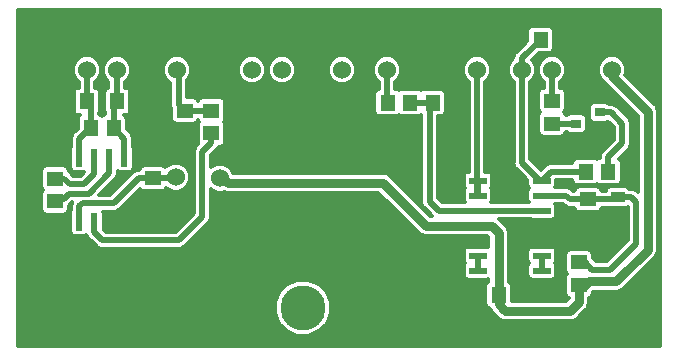
<source format=gbr>
G04 #@! TF.GenerationSoftware,KiCad,Pcbnew,(5.0.0-rc2-dev-586-g888c43477)*
G04 #@! TF.CreationDate,2018-06-03T15:17:15-03:00*
G04 #@! TF.ProjectId,Signal,5369676E616C2E6B696361645F706362,rev?*
G04 #@! TF.SameCoordinates,Original*
G04 #@! TF.FileFunction,Copper,L2,Bot,Signal*
G04 #@! TF.FilePolarity,Positive*
%FSLAX46Y46*%
G04 Gerber Fmt 4.6, Leading zero omitted, Abs format (unit mm)*
G04 Created by KiCad (PCBNEW (5.0.0-rc2-dev-586-g888c43477)) date 06/03/18 15:17:15*
%MOMM*%
%LPD*%
G01*
G04 APERTURE LIST*
%ADD10C,3.800000*%
%ADD11R,1.295000X1.400000*%
%ADD12R,1.400000X1.295000*%
%ADD13R,0.600000X1.550000*%
%ADD14R,0.900000X0.800000*%
%ADD15C,1.524000*%
%ADD16R,1.200000X0.900000*%
%ADD17R,1.500000X0.600000*%
%ADD18C,0.508000*%
%ADD19C,0.800000*%
%ADD20C,0.304800*%
G04 APERTURE END LIST*
D10*
X48006000Y-40482000D03*
D11*
X31967500Y-25250000D03*
X30032500Y-25250000D03*
X29717500Y-23000000D03*
X27782500Y-23000000D03*
X32282500Y-23000000D03*
X34217500Y-23000000D03*
D12*
X35306000Y-31447500D03*
X35306000Y-29512500D03*
X38000000Y-23782500D03*
X38000000Y-25717500D03*
D13*
X29083000Y-27780000D03*
X30353000Y-27780000D03*
X31623000Y-27780000D03*
X32893000Y-27780000D03*
X32893000Y-33180000D03*
X31623000Y-33180000D03*
X30353000Y-33180000D03*
X29083000Y-33180000D03*
D12*
X40250000Y-25717500D03*
X40250000Y-23782500D03*
X27000000Y-31467500D03*
X27000000Y-29532500D03*
D14*
X73136000Y-23942000D03*
X73136000Y-25842000D03*
X71136000Y-24892000D03*
D15*
X71628000Y-20320000D03*
X69088000Y-20320000D03*
X66548000Y-20320000D03*
X62738000Y-20320000D03*
X60198000Y-20320000D03*
X57658000Y-20320000D03*
X55118000Y-20320000D03*
X51308000Y-20320000D03*
X48768000Y-20320000D03*
X46228000Y-20320000D03*
X43688000Y-20320000D03*
X41148000Y-20320000D03*
X37338000Y-20320000D03*
X34798000Y-20320000D03*
X32258000Y-20320000D03*
X29718000Y-20320000D03*
X74168000Y-20320000D03*
D12*
X72136000Y-33225500D03*
X72136000Y-31290500D03*
D11*
X64564500Y-39370000D03*
X66499500Y-39370000D03*
D16*
X74676000Y-31116000D03*
X74676000Y-34416000D03*
D12*
X71374000Y-36624500D03*
X71374000Y-38559500D03*
D11*
X68120500Y-17780000D03*
X70055500Y-17780000D03*
X71930500Y-28956000D03*
X73865500Y-28956000D03*
D12*
X69088000Y-24892000D03*
X69088000Y-22957000D03*
D11*
X58976500Y-23114000D03*
X60911500Y-23114000D03*
X57101500Y-23114000D03*
X55166500Y-23114000D03*
D17*
X62832000Y-37338000D03*
X62832000Y-36068000D03*
X62832000Y-34798000D03*
X62832000Y-33528000D03*
X62832000Y-32258000D03*
X62832000Y-30988000D03*
X62832000Y-29718000D03*
X68232000Y-29718000D03*
X68232000Y-30988000D03*
X68232000Y-32258000D03*
X68232000Y-33528000D03*
X68232000Y-34798000D03*
X68232000Y-36068000D03*
X68232000Y-37338000D03*
D15*
X69088026Y-42672000D03*
X69088000Y-39116000D03*
X60070810Y-30750000D03*
X37250000Y-31500002D03*
X41000000Y-31500000D03*
X60000000Y-35250000D03*
X37250000Y-29421187D03*
X41000000Y-29500000D03*
D18*
X71136000Y-24892000D02*
X69088000Y-24892000D01*
X48465500Y-20622500D02*
X48768000Y-20320000D01*
X67782000Y-33528000D02*
X68232000Y-33528000D01*
X66974000Y-33528000D02*
X68232000Y-33528000D01*
X66499500Y-34002500D02*
X66974000Y-33528000D01*
X66499500Y-39370000D02*
X66499500Y-34002500D01*
X73580500Y-34416000D02*
X72390000Y-33225500D01*
X74676000Y-34416000D02*
X73580500Y-34416000D01*
X70309500Y-33528000D02*
X68232000Y-33528000D01*
X72390000Y-33225500D02*
X72087500Y-33528000D01*
X70928000Y-33225500D02*
X72136000Y-33225500D01*
X70309500Y-33528000D02*
X70612000Y-33225500D01*
X70612000Y-33225500D02*
X70928000Y-33225500D01*
X71628000Y-19558000D02*
X71628000Y-20320000D01*
X70055500Y-17780000D02*
X70055500Y-17985500D01*
X70055500Y-17985500D02*
X71628000Y-19558000D01*
X68232000Y-34798000D02*
X68232000Y-33528000D01*
X48514000Y-20574000D02*
X48768000Y-20320000D01*
X48514000Y-20707486D02*
X48514000Y-20574000D01*
X60911500Y-21033500D02*
X60198000Y-20320000D01*
X60911500Y-23114000D02*
X60911500Y-21033500D01*
X60198000Y-20320000D02*
X57658000Y-20320000D01*
X60198000Y-20320000D02*
X64389000Y-16129000D01*
X70055500Y-16572000D02*
X70055500Y-17780000D01*
X64389000Y-16129000D02*
X69612500Y-16129000D01*
X69612500Y-16129000D02*
X70055500Y-16572000D01*
X34798000Y-20320000D02*
X36576000Y-18542000D01*
X39370000Y-18542000D02*
X41148000Y-20320000D01*
X36576000Y-18542000D02*
X39370000Y-18542000D01*
X46990000Y-18542000D02*
X48768000Y-20320000D01*
X39370000Y-18542000D02*
X46990000Y-18542000D01*
X58420000Y-18542000D02*
X60198000Y-20320000D01*
X46990000Y-18542000D02*
X58420000Y-18542000D01*
X68834000Y-39370000D02*
X69088000Y-39116000D01*
X66499500Y-39370000D02*
X68834000Y-39370000D01*
X34798000Y-20320000D02*
X36576000Y-22098000D01*
X60960000Y-29860810D02*
X60832809Y-29988001D01*
X60960000Y-22462500D02*
X60960000Y-29860810D01*
X60832809Y-29988001D02*
X60070810Y-30750000D01*
X35674000Y-23000000D02*
X36576000Y-22098000D01*
X33935000Y-23000000D02*
X35674000Y-23000000D01*
X27782500Y-19717500D02*
X27782500Y-23000000D01*
X28704000Y-18796000D02*
X27782500Y-19717500D01*
X34798000Y-20320000D02*
X33274000Y-18796000D01*
X33274000Y-18796000D02*
X28704000Y-18796000D01*
X33573500Y-33180000D02*
X35306000Y-31447500D01*
X32893000Y-33180000D02*
X33573500Y-33180000D01*
X37197498Y-31447500D02*
X37250000Y-31500002D01*
X35306000Y-31447500D02*
X37197498Y-31447500D01*
X38000000Y-26500000D02*
X38000000Y-25717500D01*
X38687189Y-27187189D02*
X38000000Y-26500000D01*
X38687189Y-32432811D02*
X38687189Y-27187189D01*
X37370000Y-33750000D02*
X38687189Y-32432811D01*
X31623000Y-33180000D02*
X32193000Y-33750000D01*
X32193000Y-33750000D02*
X37370000Y-33750000D01*
X36576000Y-24826000D02*
X36576000Y-22098000D01*
X38000000Y-25717500D02*
X37467500Y-25717500D01*
X37467500Y-25717500D02*
X36576000Y-24826000D01*
X61523199Y-34821199D02*
X61500000Y-34798000D01*
X61523199Y-38724829D02*
X61523199Y-34821199D01*
X65470370Y-42672000D02*
X61523199Y-38724829D01*
X69088026Y-42672000D02*
X65470370Y-42672000D01*
X61500000Y-34798000D02*
X62832000Y-34798000D01*
D19*
X58922370Y-35250000D02*
X60000000Y-35250000D01*
X58556393Y-35250000D02*
X58922370Y-35250000D01*
X54806393Y-31500000D02*
X58556393Y-35250000D01*
X41000000Y-31500000D02*
X54806393Y-31500000D01*
D18*
X61077630Y-35250000D02*
X60000000Y-35250000D01*
X61500000Y-34798000D02*
X61500000Y-34827630D01*
X61500000Y-34827630D02*
X61077630Y-35250000D01*
X74094000Y-23942000D02*
X73136000Y-23942000D01*
X73865500Y-27748000D02*
X75057000Y-26556500D01*
X73865500Y-28956000D02*
X73865500Y-27748000D01*
X75057000Y-24905000D02*
X74094000Y-23942000D01*
X75057000Y-26556500D02*
X75057000Y-24905000D01*
X74501500Y-31290500D02*
X74676000Y-31116000D01*
X72390000Y-31290500D02*
X74501500Y-31290500D01*
X70309500Y-30988000D02*
X68232000Y-30988000D01*
X72390000Y-31290500D02*
X72087500Y-30988000D01*
X70612000Y-31290500D02*
X72136000Y-31290500D01*
X70309500Y-30988000D02*
X70612000Y-31290500D01*
X71874500Y-36624500D02*
X71374000Y-36624500D01*
X75784000Y-31116000D02*
X76200000Y-31532000D01*
X76200000Y-31532000D02*
X76200000Y-35052000D01*
X76200000Y-35052000D02*
X74002000Y-37250000D01*
X74676000Y-31116000D02*
X75784000Y-31116000D01*
X74002000Y-37250000D02*
X72500000Y-37250000D01*
X72500000Y-37250000D02*
X71874500Y-36624500D01*
X64564500Y-40180500D02*
X64564500Y-39370000D01*
X65024000Y-40640000D02*
X64564500Y-40180500D01*
X65035199Y-40628801D02*
X65024000Y-40640000D01*
D19*
X64564500Y-40158102D02*
X65035199Y-40628801D01*
X64564500Y-39370000D02*
X64564500Y-40158102D01*
X65035199Y-40628801D02*
X65181199Y-40774801D01*
X71374000Y-40007000D02*
X71374000Y-38559500D01*
X70606199Y-40774801D02*
X71374000Y-40007000D01*
X65181199Y-40774801D02*
X70606199Y-40774801D01*
D18*
X29083000Y-32417000D02*
X29083000Y-33180000D01*
X29083000Y-33180000D02*
X29083000Y-31897000D01*
X31984880Y-31625620D02*
X34098000Y-29512500D01*
X29083000Y-31897000D02*
X29354380Y-31625620D01*
X34098000Y-29512500D02*
X35306000Y-29512500D01*
X29354380Y-31625620D02*
X31984880Y-31625620D01*
X35306000Y-29512500D02*
X37158687Y-29512500D01*
X37328813Y-29500000D02*
X37250000Y-29421187D01*
X37158687Y-29512500D02*
X37250000Y-29421187D01*
D19*
X74168000Y-20828000D02*
X74168000Y-20320000D01*
X77216000Y-23876000D02*
X74168000Y-20828000D01*
X71559500Y-38559500D02*
X71750000Y-38750000D01*
X71374000Y-38559500D02*
X71559500Y-38559500D01*
X71750000Y-38750000D02*
X72250000Y-38250000D01*
X72250000Y-38250000D02*
X74526000Y-38250000D01*
X74526000Y-38250000D02*
X77216000Y-35560000D01*
X77216000Y-35560000D02*
X77216000Y-23876000D01*
X64564500Y-37870000D02*
X64564500Y-39370000D01*
X41250000Y-29500000D02*
X41633185Y-29883185D01*
X40820800Y-29500000D02*
X41250000Y-29500000D01*
X41633185Y-29883185D02*
X54752014Y-29883185D01*
X54752014Y-29883185D02*
X58396828Y-33528000D01*
X64564500Y-34120500D02*
X64564500Y-37870000D01*
X63972000Y-33528000D02*
X64564500Y-34120500D01*
X58396828Y-33528000D02*
X62832000Y-33528000D01*
X62832000Y-33528000D02*
X63972000Y-33528000D01*
D18*
X68232000Y-37338000D02*
X68232000Y-36068000D01*
X62832000Y-37338000D02*
X62832000Y-36068000D01*
X27217500Y-31250000D02*
X27000000Y-31467500D01*
X27750000Y-31250000D02*
X27217500Y-31250000D01*
X28187189Y-30812811D02*
X27750000Y-31250000D01*
X29873189Y-30812811D02*
X28187189Y-30812811D01*
X31623000Y-27780000D02*
X31623000Y-29063000D01*
X31623000Y-29063000D02*
X29873189Y-30812811D01*
X27782500Y-29532500D02*
X27000000Y-29532500D01*
X28250000Y-30000000D02*
X27782500Y-29532500D01*
X29500000Y-30000000D02*
X28250000Y-30000000D01*
X30353000Y-27780000D02*
X30353000Y-29147000D01*
X30353000Y-29147000D02*
X29500000Y-30000000D01*
X40250000Y-26500000D02*
X40250000Y-25717500D01*
X30353000Y-34103000D02*
X31000000Y-34750000D01*
X31000000Y-34750000D02*
X37519488Y-34750000D01*
X37519488Y-34750000D02*
X39500000Y-32769488D01*
X39500000Y-32769488D02*
X39500000Y-27250000D01*
X30353000Y-33180000D02*
X30353000Y-34103000D01*
X39500000Y-27250000D02*
X40250000Y-26500000D01*
X37592000Y-20574000D02*
X37338000Y-20320000D01*
X38000000Y-23782500D02*
X40250000Y-23782500D01*
X37500000Y-20482000D02*
X37338000Y-20320000D01*
X38000000Y-23782500D02*
X37500000Y-23282500D01*
X37500000Y-23282500D02*
X37500000Y-20482000D01*
X69088000Y-20320000D02*
X69088000Y-22957000D01*
X66548000Y-19352500D02*
X68120500Y-17780000D01*
X66548000Y-20320000D02*
X66548000Y-19352500D01*
X68994000Y-28956000D02*
X68232000Y-29718000D01*
X70152500Y-28956000D02*
X68994000Y-28956000D01*
X70152500Y-28956000D02*
X71930500Y-28956000D01*
X68072000Y-29718000D02*
X68232000Y-29718000D01*
X66548000Y-20320000D02*
X66548000Y-28194000D01*
X66548000Y-28194000D02*
X68072000Y-29718000D01*
X68232000Y-32258000D02*
X62832000Y-32258000D01*
X57101500Y-23114000D02*
X58976500Y-23114000D01*
X58976500Y-23166500D02*
X58976500Y-23114000D01*
X58750000Y-23393000D02*
X58976500Y-23166500D01*
X58750000Y-31500000D02*
X58750000Y-23393000D01*
X62832000Y-32258000D02*
X59508000Y-32258000D01*
X59508000Y-32258000D02*
X58750000Y-31500000D01*
X55118000Y-20320000D02*
X55118000Y-22860000D01*
X55118000Y-22860000D02*
X55069500Y-22908500D01*
X29718000Y-24935500D02*
X30032500Y-25250000D01*
X29931000Y-25351500D02*
X30032500Y-25250000D01*
X29898500Y-25351500D02*
X29931000Y-25351500D01*
X29083000Y-27780000D02*
X29083000Y-26167000D01*
X29083000Y-26167000D02*
X29898500Y-25351500D01*
X30032500Y-23315000D02*
X29717500Y-23000000D01*
X30032500Y-25250000D02*
X30032500Y-23315000D01*
X29717500Y-20320500D02*
X29718000Y-20320000D01*
X29717500Y-23000000D02*
X29717500Y-20320500D01*
X32258000Y-24959500D02*
X31967500Y-25250000D01*
X32893000Y-26175500D02*
X32893000Y-27780000D01*
X31967500Y-25250000D02*
X32893000Y-26175500D01*
X32250000Y-20328000D02*
X32258000Y-20320000D01*
X32250000Y-22750000D02*
X32250000Y-20328000D01*
X31967500Y-25250000D02*
X31967500Y-23032500D01*
X31967500Y-23032500D02*
X32250000Y-22750000D01*
X62382000Y-29718000D02*
X62832000Y-29718000D01*
X62738000Y-20320000D02*
X62738000Y-24130000D01*
X62738000Y-30894000D02*
X62832000Y-30988000D01*
X62738000Y-20320000D02*
X62738000Y-30894000D01*
X62832000Y-29718000D02*
X62832000Y-30988000D01*
X46308000Y-20400000D02*
X46228000Y-20320000D01*
X46005500Y-20542500D02*
X46228000Y-20320000D01*
X45925500Y-20622500D02*
X46228000Y-20320000D01*
X43608000Y-20400000D02*
X43688000Y-20320000D01*
D20*
G36*
X78232800Y-43688800D02*
X23875200Y-43688800D01*
X23875200Y-40013124D01*
X45648800Y-40013124D01*
X45648800Y-40950876D01*
X46007663Y-41817246D01*
X46670754Y-42480337D01*
X47537124Y-42839200D01*
X48474876Y-42839200D01*
X49341246Y-42480337D01*
X50004337Y-41817246D01*
X50363200Y-40950876D01*
X50363200Y-40013124D01*
X50004337Y-39146754D01*
X49341246Y-38483663D01*
X48474876Y-38124800D01*
X47537124Y-38124800D01*
X46670754Y-38483663D01*
X46007663Y-39146754D01*
X45648800Y-40013124D01*
X23875200Y-40013124D01*
X23875200Y-28885000D01*
X25833843Y-28885000D01*
X25833843Y-30180000D01*
X25869327Y-30358391D01*
X25963947Y-30500000D01*
X25869327Y-30641609D01*
X25833843Y-30820000D01*
X25833843Y-32115000D01*
X25869327Y-32293391D01*
X25970377Y-32444623D01*
X26121609Y-32545673D01*
X26300000Y-32581157D01*
X27700000Y-32581157D01*
X27878391Y-32545673D01*
X28029623Y-32444623D01*
X28130673Y-32293391D01*
X28166157Y-32115000D01*
X28166157Y-31827285D01*
X28262746Y-31762746D01*
X28302424Y-31703364D01*
X28466993Y-31538795D01*
X28413065Y-31619504D01*
X28357868Y-31897000D01*
X28371801Y-31967046D01*
X28371801Y-32197464D01*
X28352327Y-32226609D01*
X28316843Y-32405000D01*
X28316843Y-33955000D01*
X28352327Y-34133391D01*
X28453377Y-34284623D01*
X28604609Y-34385673D01*
X28783000Y-34421157D01*
X29383000Y-34421157D01*
X29561391Y-34385673D01*
X29669700Y-34313303D01*
X29683065Y-34380496D01*
X29800576Y-34556364D01*
X29800579Y-34556367D01*
X29840255Y-34615746D01*
X29899634Y-34655422D01*
X30447578Y-35203367D01*
X30487254Y-35262746D01*
X30546633Y-35302422D01*
X30546635Y-35302424D01*
X30722502Y-35419935D01*
X30722503Y-35419935D01*
X30722504Y-35419936D01*
X30929954Y-35461200D01*
X30929957Y-35461200D01*
X30999999Y-35475132D01*
X31070041Y-35461200D01*
X37449447Y-35461200D01*
X37519488Y-35475132D01*
X37589529Y-35461200D01*
X37589534Y-35461200D01*
X37796984Y-35419936D01*
X38032234Y-35262746D01*
X38071912Y-35203364D01*
X39953369Y-33321908D01*
X40012745Y-33282234D01*
X40052420Y-33222857D01*
X40052424Y-33222853D01*
X40169935Y-33046985D01*
X40169936Y-33046984D01*
X40211200Y-32839534D01*
X40211200Y-32839530D01*
X40225132Y-32769488D01*
X40211200Y-32699446D01*
X40211200Y-30435410D01*
X40309378Y-30533588D01*
X40757486Y-30719200D01*
X41242514Y-30719200D01*
X41307316Y-30692358D01*
X41548761Y-30740385D01*
X41548764Y-30740385D01*
X41633184Y-30757177D01*
X41717604Y-30740385D01*
X54396951Y-30740385D01*
X57731001Y-34074437D01*
X57778822Y-34146006D01*
X57850391Y-34193827D01*
X57850392Y-34193828D01*
X57986276Y-34284623D01*
X58062365Y-34335464D01*
X58312404Y-34385200D01*
X58312407Y-34385200D01*
X58396827Y-34401992D01*
X58481247Y-34385200D01*
X63616937Y-34385200D01*
X63707300Y-34475564D01*
X63707300Y-35326767D01*
X63582000Y-35301843D01*
X62082000Y-35301843D01*
X61903609Y-35337327D01*
X61752377Y-35438377D01*
X61651327Y-35589609D01*
X61615843Y-35768000D01*
X61615843Y-36368000D01*
X61651327Y-36546391D01*
X61752377Y-36697623D01*
X61760424Y-36703000D01*
X61752377Y-36708377D01*
X61651327Y-36859609D01*
X61615843Y-37038000D01*
X61615843Y-37638000D01*
X61651327Y-37816391D01*
X61752377Y-37967623D01*
X61903609Y-38068673D01*
X62082000Y-38104157D01*
X63582000Y-38104157D01*
X63707300Y-38079233D01*
X63707300Y-38260247D01*
X63587377Y-38340377D01*
X63486327Y-38491609D01*
X63450843Y-38670000D01*
X63450843Y-40070000D01*
X63486327Y-40248391D01*
X63587377Y-40399623D01*
X63738609Y-40500673D01*
X63766109Y-40506143D01*
X63898672Y-40704537D01*
X63898674Y-40704539D01*
X63946495Y-40776108D01*
X64018064Y-40823929D01*
X64515370Y-41321235D01*
X64563193Y-41392807D01*
X64846736Y-41582265D01*
X65096775Y-41632001D01*
X65096778Y-41632001D01*
X65181198Y-41648793D01*
X65265618Y-41632001D01*
X70521779Y-41632001D01*
X70606199Y-41648793D01*
X70690619Y-41632001D01*
X70690623Y-41632001D01*
X70940662Y-41582265D01*
X71224205Y-41392807D01*
X71272028Y-41321235D01*
X71920437Y-40672827D01*
X71992006Y-40625006D01*
X72039827Y-40553437D01*
X72039829Y-40553435D01*
X72115398Y-40440338D01*
X72181464Y-40341463D01*
X72231200Y-40091424D01*
X72231200Y-40091420D01*
X72247992Y-40007000D01*
X72231200Y-39922580D01*
X72231200Y-39641888D01*
X72252391Y-39637673D01*
X72403623Y-39536623D01*
X72504673Y-39385391D01*
X72540157Y-39207000D01*
X72540157Y-39172106D01*
X72605063Y-39107200D01*
X74441580Y-39107200D01*
X74526000Y-39123992D01*
X74610420Y-39107200D01*
X74610424Y-39107200D01*
X74860463Y-39057464D01*
X75144006Y-38868006D01*
X75191829Y-38796434D01*
X77762437Y-36225827D01*
X77834006Y-36178006D01*
X78023464Y-35894463D01*
X78073200Y-35644424D01*
X78073200Y-35644420D01*
X78089992Y-35560001D01*
X78073200Y-35475582D01*
X78073200Y-23960420D01*
X78089992Y-23876000D01*
X78073200Y-23791580D01*
X78073200Y-23791576D01*
X78023464Y-23541537D01*
X77969600Y-23460924D01*
X77881828Y-23329564D01*
X77881827Y-23329563D01*
X77834006Y-23257994D01*
X77762437Y-23210173D01*
X75307409Y-20755146D01*
X75387200Y-20562514D01*
X75387200Y-20077486D01*
X75201588Y-19629378D01*
X74858622Y-19286412D01*
X74410514Y-19100800D01*
X73925486Y-19100800D01*
X73477378Y-19286412D01*
X73134412Y-19629378D01*
X72948800Y-20077486D01*
X72948800Y-20562514D01*
X73134412Y-21010622D01*
X73477378Y-21353588D01*
X73492400Y-21359810D01*
X73549994Y-21446006D01*
X73621566Y-21493829D01*
X76358801Y-24231065D01*
X76358800Y-30685012D01*
X76336424Y-30662636D01*
X76296746Y-30603254D01*
X76061496Y-30446064D01*
X75854046Y-30404800D01*
X75854041Y-30404800D01*
X75784000Y-30390868D01*
X75713959Y-30404800D01*
X75651342Y-30404800D01*
X75605623Y-30336377D01*
X75454391Y-30235327D01*
X75276000Y-30199843D01*
X74076000Y-30199843D01*
X73897609Y-30235327D01*
X73746377Y-30336377D01*
X73645327Y-30487609D01*
X73627089Y-30579300D01*
X73289486Y-30579300D01*
X73266673Y-30464609D01*
X73165623Y-30313377D01*
X73014391Y-30212327D01*
X72836000Y-30176843D01*
X71436000Y-30176843D01*
X71257609Y-30212327D01*
X71106377Y-30313377D01*
X71005327Y-30464609D01*
X70982514Y-30579300D01*
X70906588Y-30579300D01*
X70861924Y-30534636D01*
X70822246Y-30475254D01*
X70586996Y-30318064D01*
X70379546Y-30276800D01*
X70379541Y-30276800D01*
X70309500Y-30262868D01*
X70239459Y-30276800D01*
X69358945Y-30276800D01*
X69412673Y-30196391D01*
X69448157Y-30018000D01*
X69448157Y-29667200D01*
X70819071Y-29667200D01*
X70852327Y-29834391D01*
X70953377Y-29985623D01*
X71104609Y-30086673D01*
X71283000Y-30122157D01*
X72578000Y-30122157D01*
X72756391Y-30086673D01*
X72898000Y-29992053D01*
X73039609Y-30086673D01*
X73218000Y-30122157D01*
X74513000Y-30122157D01*
X74691391Y-30086673D01*
X74842623Y-29985623D01*
X74943673Y-29834391D01*
X74979157Y-29656000D01*
X74979157Y-28256000D01*
X74943673Y-28077609D01*
X74842623Y-27926377D01*
X74752877Y-27866411D01*
X75510369Y-27108920D01*
X75569745Y-27069246D01*
X75609420Y-27009869D01*
X75609424Y-27009865D01*
X75726935Y-26833998D01*
X75726935Y-26833997D01*
X75726936Y-26833996D01*
X75768200Y-26626546D01*
X75768200Y-26626543D01*
X75782132Y-26556501D01*
X75768200Y-26486459D01*
X75768200Y-24975042D01*
X75782132Y-24905000D01*
X75768200Y-24834958D01*
X75768200Y-24834954D01*
X75726936Y-24627504D01*
X75669689Y-24541828D01*
X75609424Y-24451635D01*
X75609422Y-24451633D01*
X75569746Y-24392254D01*
X75510367Y-24352578D01*
X74646424Y-23488636D01*
X74606746Y-23429254D01*
X74371496Y-23272064D01*
X74164046Y-23230800D01*
X74164041Y-23230800D01*
X74094000Y-23216868D01*
X74023959Y-23230800D01*
X73927933Y-23230800D01*
X73915623Y-23212377D01*
X73764391Y-23111327D01*
X73586000Y-23075843D01*
X72686000Y-23075843D01*
X72507609Y-23111327D01*
X72356377Y-23212377D01*
X72255327Y-23363609D01*
X72219843Y-23542000D01*
X72219843Y-24342000D01*
X72255327Y-24520391D01*
X72356377Y-24671623D01*
X72507609Y-24772673D01*
X72686000Y-24808157D01*
X73586000Y-24808157D01*
X73764391Y-24772673D01*
X73857003Y-24710791D01*
X74345801Y-25199590D01*
X74345800Y-26261911D01*
X73412134Y-27195578D01*
X73352755Y-27235254D01*
X73313079Y-27294633D01*
X73313076Y-27294636D01*
X73195565Y-27470504D01*
X73140368Y-27748000D01*
X73151329Y-27803105D01*
X73039609Y-27825327D01*
X72898000Y-27919947D01*
X72756391Y-27825327D01*
X72578000Y-27789843D01*
X71283000Y-27789843D01*
X71104609Y-27825327D01*
X70953377Y-27926377D01*
X70852327Y-28077609D01*
X70819071Y-28244800D01*
X69064042Y-28244800D01*
X68994000Y-28230868D01*
X68923958Y-28244800D01*
X68923954Y-28244800D01*
X68716504Y-28286064D01*
X68706504Y-28292746D01*
X68540635Y-28403576D01*
X68540633Y-28403578D01*
X68481254Y-28443254D01*
X68441578Y-28502633D01*
X68152000Y-28792211D01*
X67259200Y-27899412D01*
X67259200Y-21333010D01*
X67581588Y-21010622D01*
X67767200Y-20562514D01*
X67767200Y-20077486D01*
X67868800Y-20077486D01*
X67868800Y-20562514D01*
X68054412Y-21010622D01*
X68376800Y-21333010D01*
X68376801Y-21845571D01*
X68209609Y-21878827D01*
X68058377Y-21979877D01*
X67957327Y-22131109D01*
X67921843Y-22309500D01*
X67921843Y-23604500D01*
X67957327Y-23782891D01*
X68051947Y-23924500D01*
X67957327Y-24066109D01*
X67921843Y-24244500D01*
X67921843Y-25539500D01*
X67957327Y-25717891D01*
X68058377Y-25869123D01*
X68209609Y-25970173D01*
X68388000Y-26005657D01*
X69788000Y-26005657D01*
X69966391Y-25970173D01*
X70117623Y-25869123D01*
X70218673Y-25717891D01*
X70241486Y-25603200D01*
X70344067Y-25603200D01*
X70356377Y-25621623D01*
X70507609Y-25722673D01*
X70686000Y-25758157D01*
X71586000Y-25758157D01*
X71764391Y-25722673D01*
X71915623Y-25621623D01*
X72016673Y-25470391D01*
X72052157Y-25292000D01*
X72052157Y-24492000D01*
X72016673Y-24313609D01*
X71915623Y-24162377D01*
X71764391Y-24061327D01*
X71586000Y-24025843D01*
X70686000Y-24025843D01*
X70507609Y-24061327D01*
X70356377Y-24162377D01*
X70344067Y-24180800D01*
X70241486Y-24180800D01*
X70218673Y-24066109D01*
X70124053Y-23924500D01*
X70218673Y-23782891D01*
X70254157Y-23604500D01*
X70254157Y-22309500D01*
X70218673Y-22131109D01*
X70117623Y-21979877D01*
X69966391Y-21878827D01*
X69799200Y-21845571D01*
X69799200Y-21333010D01*
X70121588Y-21010622D01*
X70307200Y-20562514D01*
X70307200Y-20077486D01*
X70121588Y-19629378D01*
X69778622Y-19286412D01*
X69330514Y-19100800D01*
X68845486Y-19100800D01*
X68397378Y-19286412D01*
X68054412Y-19629378D01*
X67868800Y-20077486D01*
X67767200Y-20077486D01*
X67581588Y-19629378D01*
X67429249Y-19477039D01*
X67960132Y-18946157D01*
X68768000Y-18946157D01*
X68946391Y-18910673D01*
X69097623Y-18809623D01*
X69198673Y-18658391D01*
X69234157Y-18480000D01*
X69234157Y-17080000D01*
X69198673Y-16901609D01*
X69097623Y-16750377D01*
X68946391Y-16649327D01*
X68768000Y-16613843D01*
X67473000Y-16613843D01*
X67294609Y-16649327D01*
X67143377Y-16750377D01*
X67042327Y-16901609D01*
X67006843Y-17080000D01*
X67006843Y-17887868D01*
X66094634Y-18800078D01*
X66035255Y-18839754D01*
X65995579Y-18899133D01*
X65995576Y-18899136D01*
X65878065Y-19075004D01*
X65830709Y-19313081D01*
X65514412Y-19629378D01*
X65328800Y-20077486D01*
X65328800Y-20562514D01*
X65514412Y-21010622D01*
X65836800Y-21333010D01*
X65836801Y-28123954D01*
X65822868Y-28194000D01*
X65878065Y-28471496D01*
X65995576Y-28647364D01*
X65995579Y-28647367D01*
X66035255Y-28706746D01*
X66094634Y-28746422D01*
X67015843Y-29667632D01*
X67015843Y-30018000D01*
X67051327Y-30196391D01*
X67152377Y-30347623D01*
X67160424Y-30353000D01*
X67152377Y-30358377D01*
X67051327Y-30509609D01*
X67015843Y-30688000D01*
X67015843Y-31288000D01*
X67051327Y-31466391D01*
X67105055Y-31546800D01*
X63958945Y-31546800D01*
X64012673Y-31466391D01*
X64048157Y-31288000D01*
X64048157Y-30688000D01*
X64012673Y-30509609D01*
X63911623Y-30358377D01*
X63903576Y-30353000D01*
X63911623Y-30347623D01*
X64012673Y-30196391D01*
X64048157Y-30018000D01*
X64048157Y-29418000D01*
X64012673Y-29239609D01*
X63911623Y-29088377D01*
X63760391Y-28987327D01*
X63582000Y-28951843D01*
X63449200Y-28951843D01*
X63449200Y-21333010D01*
X63771588Y-21010622D01*
X63957200Y-20562514D01*
X63957200Y-20077486D01*
X63771588Y-19629378D01*
X63428622Y-19286412D01*
X62980514Y-19100800D01*
X62495486Y-19100800D01*
X62047378Y-19286412D01*
X61704412Y-19629378D01*
X61518800Y-20077486D01*
X61518800Y-20562514D01*
X61704412Y-21010622D01*
X62026800Y-21333010D01*
X62026801Y-28962823D01*
X61903609Y-28987327D01*
X61752377Y-29088377D01*
X61651327Y-29239609D01*
X61615843Y-29418000D01*
X61615843Y-30018000D01*
X61651327Y-30196391D01*
X61752377Y-30347623D01*
X61760424Y-30353000D01*
X61752377Y-30358377D01*
X61651327Y-30509609D01*
X61615843Y-30688000D01*
X61615843Y-31288000D01*
X61651327Y-31466391D01*
X61705055Y-31546800D01*
X59802589Y-31546800D01*
X59461200Y-31205412D01*
X59461200Y-24280157D01*
X59624000Y-24280157D01*
X59802391Y-24244673D01*
X59953623Y-24143623D01*
X60054673Y-23992391D01*
X60090157Y-23814000D01*
X60090157Y-22414000D01*
X60054673Y-22235609D01*
X59953623Y-22084377D01*
X59802391Y-21983327D01*
X59624000Y-21947843D01*
X58329000Y-21947843D01*
X58150609Y-21983327D01*
X58039000Y-22057902D01*
X57927391Y-21983327D01*
X57749000Y-21947843D01*
X56454000Y-21947843D01*
X56275609Y-21983327D01*
X56134000Y-22077947D01*
X55992391Y-21983327D01*
X55829200Y-21950866D01*
X55829200Y-21333010D01*
X56151588Y-21010622D01*
X56337200Y-20562514D01*
X56337200Y-20077486D01*
X56151588Y-19629378D01*
X55808622Y-19286412D01*
X55360514Y-19100800D01*
X54875486Y-19100800D01*
X54427378Y-19286412D01*
X54084412Y-19629378D01*
X53898800Y-20077486D01*
X53898800Y-20562514D01*
X54084412Y-21010622D01*
X54406800Y-21333010D01*
X54406801Y-21970161D01*
X54340609Y-21983327D01*
X54189377Y-22084377D01*
X54088327Y-22235609D01*
X54052843Y-22414000D01*
X54052843Y-23814000D01*
X54088327Y-23992391D01*
X54189377Y-24143623D01*
X54340609Y-24244673D01*
X54519000Y-24280157D01*
X55814000Y-24280157D01*
X55992391Y-24244673D01*
X56134000Y-24150053D01*
X56275609Y-24244673D01*
X56454000Y-24280157D01*
X57749000Y-24280157D01*
X57927391Y-24244673D01*
X58038801Y-24170231D01*
X58038800Y-31429959D01*
X58024868Y-31500000D01*
X58038800Y-31570041D01*
X58038800Y-31570045D01*
X58080064Y-31777495D01*
X58101447Y-31809497D01*
X58197576Y-31953364D01*
X58197578Y-31953366D01*
X58237254Y-32012745D01*
X58296633Y-32052422D01*
X58915011Y-32670800D01*
X58751892Y-32670800D01*
X55417842Y-29336750D01*
X55370020Y-29265179D01*
X55086477Y-29075721D01*
X54836438Y-29025985D01*
X54836434Y-29025985D01*
X54752014Y-29009193D01*
X54667594Y-29025985D01*
X42123309Y-29025985D01*
X42033588Y-28809378D01*
X41690622Y-28466412D01*
X41242514Y-28280800D01*
X40757486Y-28280800D01*
X40309378Y-28466412D01*
X40211200Y-28564590D01*
X40211200Y-27544588D01*
X40703369Y-27052420D01*
X40762745Y-27012746D01*
X40802420Y-26953369D01*
X40802424Y-26953365D01*
X40884081Y-26831157D01*
X40950000Y-26831157D01*
X41128391Y-26795673D01*
X41279623Y-26694623D01*
X41380673Y-26543391D01*
X41416157Y-26365000D01*
X41416157Y-25070000D01*
X41380673Y-24891609D01*
X41286053Y-24750000D01*
X41380673Y-24608391D01*
X41416157Y-24430000D01*
X41416157Y-23135000D01*
X41380673Y-22956609D01*
X41279623Y-22805377D01*
X41128391Y-22704327D01*
X40950000Y-22668843D01*
X39550000Y-22668843D01*
X39371609Y-22704327D01*
X39220377Y-22805377D01*
X39125000Y-22948119D01*
X39029623Y-22805377D01*
X38878391Y-22704327D01*
X38700000Y-22668843D01*
X38211200Y-22668843D01*
X38211200Y-21171010D01*
X38371588Y-21010622D01*
X38557200Y-20562514D01*
X38557200Y-20077486D01*
X42468800Y-20077486D01*
X42468800Y-20562514D01*
X42654412Y-21010622D01*
X42997378Y-21353588D01*
X43445486Y-21539200D01*
X43930514Y-21539200D01*
X44378622Y-21353588D01*
X44721588Y-21010622D01*
X44907200Y-20562514D01*
X44907200Y-20077486D01*
X45008800Y-20077486D01*
X45008800Y-20562514D01*
X45194412Y-21010622D01*
X45537378Y-21353588D01*
X45985486Y-21539200D01*
X46470514Y-21539200D01*
X46918622Y-21353588D01*
X47261588Y-21010622D01*
X47447200Y-20562514D01*
X47447200Y-20077486D01*
X50088800Y-20077486D01*
X50088800Y-20562514D01*
X50274412Y-21010622D01*
X50617378Y-21353588D01*
X51065486Y-21539200D01*
X51550514Y-21539200D01*
X51998622Y-21353588D01*
X52341588Y-21010622D01*
X52527200Y-20562514D01*
X52527200Y-20077486D01*
X52341588Y-19629378D01*
X51998622Y-19286412D01*
X51550514Y-19100800D01*
X51065486Y-19100800D01*
X50617378Y-19286412D01*
X50274412Y-19629378D01*
X50088800Y-20077486D01*
X47447200Y-20077486D01*
X47261588Y-19629378D01*
X46918622Y-19286412D01*
X46470514Y-19100800D01*
X45985486Y-19100800D01*
X45537378Y-19286412D01*
X45194412Y-19629378D01*
X45008800Y-20077486D01*
X44907200Y-20077486D01*
X44721588Y-19629378D01*
X44378622Y-19286412D01*
X43930514Y-19100800D01*
X43445486Y-19100800D01*
X42997378Y-19286412D01*
X42654412Y-19629378D01*
X42468800Y-20077486D01*
X38557200Y-20077486D01*
X38371588Y-19629378D01*
X38028622Y-19286412D01*
X37580514Y-19100800D01*
X37095486Y-19100800D01*
X36647378Y-19286412D01*
X36304412Y-19629378D01*
X36118800Y-20077486D01*
X36118800Y-20562514D01*
X36304412Y-21010622D01*
X36647378Y-21353588D01*
X36788801Y-21412167D01*
X36788800Y-23212458D01*
X36774868Y-23282500D01*
X36788800Y-23352541D01*
X36788800Y-23352545D01*
X36830064Y-23559995D01*
X36833843Y-23565651D01*
X36833843Y-24430000D01*
X36869327Y-24608391D01*
X36970377Y-24759623D01*
X37121609Y-24860673D01*
X37300000Y-24896157D01*
X38700000Y-24896157D01*
X38878391Y-24860673D01*
X39029623Y-24759623D01*
X39125000Y-24616881D01*
X39213947Y-24750000D01*
X39119327Y-24891609D01*
X39083843Y-25070000D01*
X39083843Y-26365000D01*
X39119327Y-26543391D01*
X39151969Y-26592243D01*
X39046634Y-26697578D01*
X38987255Y-26737254D01*
X38947579Y-26796633D01*
X38947576Y-26796636D01*
X38830065Y-26972504D01*
X38774868Y-27250000D01*
X38788801Y-27320046D01*
X38788800Y-32474899D01*
X37224900Y-34038800D01*
X31294589Y-34038800D01*
X31119157Y-33863369D01*
X31119157Y-32405000D01*
X31105595Y-32336820D01*
X31914839Y-32336820D01*
X31984880Y-32350752D01*
X32054921Y-32336820D01*
X32054926Y-32336820D01*
X32262376Y-32295556D01*
X32497626Y-32138366D01*
X32537304Y-32078984D01*
X34216411Y-30399878D01*
X34276377Y-30489623D01*
X34427609Y-30590673D01*
X34606000Y-30626157D01*
X36006000Y-30626157D01*
X36184391Y-30590673D01*
X36335623Y-30489623D01*
X36436673Y-30338391D01*
X36437722Y-30333119D01*
X36559378Y-30454775D01*
X37007486Y-30640387D01*
X37492514Y-30640387D01*
X37940622Y-30454775D01*
X38283588Y-30111809D01*
X38469200Y-29663701D01*
X38469200Y-29178673D01*
X38283588Y-28730565D01*
X37940622Y-28387599D01*
X37492514Y-28201987D01*
X37007486Y-28201987D01*
X36559378Y-28387599D01*
X36366055Y-28580922D01*
X36335623Y-28535377D01*
X36184391Y-28434327D01*
X36006000Y-28398843D01*
X34606000Y-28398843D01*
X34427609Y-28434327D01*
X34276377Y-28535377D01*
X34175327Y-28686609D01*
X34153105Y-28798329D01*
X34098000Y-28787368D01*
X34027958Y-28801300D01*
X34027954Y-28801300D01*
X33820504Y-28842564D01*
X33781295Y-28868763D01*
X33644635Y-28960076D01*
X33644633Y-28960078D01*
X33585254Y-28999754D01*
X33545578Y-29059133D01*
X31690292Y-30914420D01*
X30777368Y-30914420D01*
X32076367Y-29615422D01*
X32135746Y-29575746D01*
X32175422Y-29516367D01*
X32175424Y-29516365D01*
X32292935Y-29340498D01*
X32292935Y-29340497D01*
X32292936Y-29340496D01*
X32334200Y-29133046D01*
X32334200Y-29133043D01*
X32348132Y-29063001D01*
X32334200Y-28992959D01*
X32334200Y-28931945D01*
X32414609Y-28985673D01*
X32593000Y-29021157D01*
X33193000Y-29021157D01*
X33371391Y-28985673D01*
X33522623Y-28884623D01*
X33623673Y-28733391D01*
X33659157Y-28555000D01*
X33659157Y-27005000D01*
X33623673Y-26826609D01*
X33604200Y-26797466D01*
X33604200Y-26245542D01*
X33618132Y-26175500D01*
X33604200Y-26105458D01*
X33604200Y-26105454D01*
X33562936Y-25898004D01*
X33499071Y-25802424D01*
X33445424Y-25722135D01*
X33445420Y-25722131D01*
X33405745Y-25662754D01*
X33346369Y-25623080D01*
X33081157Y-25357868D01*
X33081157Y-24550000D01*
X33045673Y-24371609D01*
X32944623Y-24220377D01*
X32863477Y-24166157D01*
X32930000Y-24166157D01*
X33108391Y-24130673D01*
X33259623Y-24029623D01*
X33360673Y-23878391D01*
X33396157Y-23700000D01*
X33396157Y-22300000D01*
X33360673Y-22121609D01*
X33259623Y-21970377D01*
X33108391Y-21869327D01*
X32961200Y-21840049D01*
X32961200Y-21341010D01*
X33291588Y-21010622D01*
X33477200Y-20562514D01*
X33477200Y-20077486D01*
X33291588Y-19629378D01*
X32948622Y-19286412D01*
X32500514Y-19100800D01*
X32015486Y-19100800D01*
X31567378Y-19286412D01*
X31224412Y-19629378D01*
X31038800Y-20077486D01*
X31038800Y-20562514D01*
X31224412Y-21010622D01*
X31538801Y-21325011D01*
X31538800Y-21852978D01*
X31456609Y-21869327D01*
X31305377Y-21970377D01*
X31204327Y-22121609D01*
X31168843Y-22300000D01*
X31168843Y-23700000D01*
X31204327Y-23878391D01*
X31256301Y-23956175D01*
X31256301Y-24096514D01*
X31141609Y-24119327D01*
X31000000Y-24213947D01*
X30858391Y-24119327D01*
X30743700Y-24096514D01*
X30743700Y-23956174D01*
X30795673Y-23878391D01*
X30831157Y-23700000D01*
X30831157Y-22300000D01*
X30795673Y-22121609D01*
X30694623Y-21970377D01*
X30543391Y-21869327D01*
X30428700Y-21846514D01*
X30428700Y-21333510D01*
X30751588Y-21010622D01*
X30937200Y-20562514D01*
X30937200Y-20077486D01*
X30751588Y-19629378D01*
X30408622Y-19286412D01*
X29960514Y-19100800D01*
X29475486Y-19100800D01*
X29027378Y-19286412D01*
X28684412Y-19629378D01*
X28498800Y-20077486D01*
X28498800Y-20562514D01*
X28684412Y-21010622D01*
X29006301Y-21332511D01*
X29006300Y-21846514D01*
X28891609Y-21869327D01*
X28740377Y-21970377D01*
X28639327Y-22121609D01*
X28603843Y-22300000D01*
X28603843Y-23700000D01*
X28639327Y-23878391D01*
X28740377Y-24029623D01*
X28891609Y-24130673D01*
X29070000Y-24166157D01*
X29136523Y-24166157D01*
X29055377Y-24220377D01*
X28954327Y-24371609D01*
X28918843Y-24550000D01*
X28918843Y-25325369D01*
X28629634Y-25614578D01*
X28570255Y-25654254D01*
X28530579Y-25713633D01*
X28530576Y-25713636D01*
X28413065Y-25889504D01*
X28357868Y-26167000D01*
X28371801Y-26237046D01*
X28371801Y-26797465D01*
X28352327Y-26826609D01*
X28316843Y-27005000D01*
X28316843Y-28555000D01*
X28352327Y-28733391D01*
X28453377Y-28884623D01*
X28604609Y-28985673D01*
X28783000Y-29021157D01*
X29383000Y-29021157D01*
X29495415Y-28998796D01*
X29205412Y-29288800D01*
X28544589Y-29288800D01*
X28334924Y-29079136D01*
X28295246Y-29019754D01*
X28166157Y-28933499D01*
X28166157Y-28885000D01*
X28130673Y-28706609D01*
X28029623Y-28555377D01*
X27878391Y-28454327D01*
X27700000Y-28418843D01*
X26300000Y-28418843D01*
X26121609Y-28454327D01*
X25970377Y-28555377D01*
X25869327Y-28706609D01*
X25833843Y-28885000D01*
X23875200Y-28885000D01*
X23875200Y-15239200D01*
X78232801Y-15239200D01*
X78232800Y-43688800D01*
X78232800Y-43688800D01*
G37*
X78232800Y-43688800D02*
X23875200Y-43688800D01*
X23875200Y-40013124D01*
X45648800Y-40013124D01*
X45648800Y-40950876D01*
X46007663Y-41817246D01*
X46670754Y-42480337D01*
X47537124Y-42839200D01*
X48474876Y-42839200D01*
X49341246Y-42480337D01*
X50004337Y-41817246D01*
X50363200Y-40950876D01*
X50363200Y-40013124D01*
X50004337Y-39146754D01*
X49341246Y-38483663D01*
X48474876Y-38124800D01*
X47537124Y-38124800D01*
X46670754Y-38483663D01*
X46007663Y-39146754D01*
X45648800Y-40013124D01*
X23875200Y-40013124D01*
X23875200Y-28885000D01*
X25833843Y-28885000D01*
X25833843Y-30180000D01*
X25869327Y-30358391D01*
X25963947Y-30500000D01*
X25869327Y-30641609D01*
X25833843Y-30820000D01*
X25833843Y-32115000D01*
X25869327Y-32293391D01*
X25970377Y-32444623D01*
X26121609Y-32545673D01*
X26300000Y-32581157D01*
X27700000Y-32581157D01*
X27878391Y-32545673D01*
X28029623Y-32444623D01*
X28130673Y-32293391D01*
X28166157Y-32115000D01*
X28166157Y-31827285D01*
X28262746Y-31762746D01*
X28302424Y-31703364D01*
X28466993Y-31538795D01*
X28413065Y-31619504D01*
X28357868Y-31897000D01*
X28371801Y-31967046D01*
X28371801Y-32197464D01*
X28352327Y-32226609D01*
X28316843Y-32405000D01*
X28316843Y-33955000D01*
X28352327Y-34133391D01*
X28453377Y-34284623D01*
X28604609Y-34385673D01*
X28783000Y-34421157D01*
X29383000Y-34421157D01*
X29561391Y-34385673D01*
X29669700Y-34313303D01*
X29683065Y-34380496D01*
X29800576Y-34556364D01*
X29800579Y-34556367D01*
X29840255Y-34615746D01*
X29899634Y-34655422D01*
X30447578Y-35203367D01*
X30487254Y-35262746D01*
X30546633Y-35302422D01*
X30546635Y-35302424D01*
X30722502Y-35419935D01*
X30722503Y-35419935D01*
X30722504Y-35419936D01*
X30929954Y-35461200D01*
X30929957Y-35461200D01*
X30999999Y-35475132D01*
X31070041Y-35461200D01*
X37449447Y-35461200D01*
X37519488Y-35475132D01*
X37589529Y-35461200D01*
X37589534Y-35461200D01*
X37796984Y-35419936D01*
X38032234Y-35262746D01*
X38071912Y-35203364D01*
X39953369Y-33321908D01*
X40012745Y-33282234D01*
X40052420Y-33222857D01*
X40052424Y-33222853D01*
X40169935Y-33046985D01*
X40169936Y-33046984D01*
X40211200Y-32839534D01*
X40211200Y-32839530D01*
X40225132Y-32769488D01*
X40211200Y-32699446D01*
X40211200Y-30435410D01*
X40309378Y-30533588D01*
X40757486Y-30719200D01*
X41242514Y-30719200D01*
X41307316Y-30692358D01*
X41548761Y-30740385D01*
X41548764Y-30740385D01*
X41633184Y-30757177D01*
X41717604Y-30740385D01*
X54396951Y-30740385D01*
X57731001Y-34074437D01*
X57778822Y-34146006D01*
X57850391Y-34193827D01*
X57850392Y-34193828D01*
X57986276Y-34284623D01*
X58062365Y-34335464D01*
X58312404Y-34385200D01*
X58312407Y-34385200D01*
X58396827Y-34401992D01*
X58481247Y-34385200D01*
X63616937Y-34385200D01*
X63707300Y-34475564D01*
X63707300Y-35326767D01*
X63582000Y-35301843D01*
X62082000Y-35301843D01*
X61903609Y-35337327D01*
X61752377Y-35438377D01*
X61651327Y-35589609D01*
X61615843Y-35768000D01*
X61615843Y-36368000D01*
X61651327Y-36546391D01*
X61752377Y-36697623D01*
X61760424Y-36703000D01*
X61752377Y-36708377D01*
X61651327Y-36859609D01*
X61615843Y-37038000D01*
X61615843Y-37638000D01*
X61651327Y-37816391D01*
X61752377Y-37967623D01*
X61903609Y-38068673D01*
X62082000Y-38104157D01*
X63582000Y-38104157D01*
X63707300Y-38079233D01*
X63707300Y-38260247D01*
X63587377Y-38340377D01*
X63486327Y-38491609D01*
X63450843Y-38670000D01*
X63450843Y-40070000D01*
X63486327Y-40248391D01*
X63587377Y-40399623D01*
X63738609Y-40500673D01*
X63766109Y-40506143D01*
X63898672Y-40704537D01*
X63898674Y-40704539D01*
X63946495Y-40776108D01*
X64018064Y-40823929D01*
X64515370Y-41321235D01*
X64563193Y-41392807D01*
X64846736Y-41582265D01*
X65096775Y-41632001D01*
X65096778Y-41632001D01*
X65181198Y-41648793D01*
X65265618Y-41632001D01*
X70521779Y-41632001D01*
X70606199Y-41648793D01*
X70690619Y-41632001D01*
X70690623Y-41632001D01*
X70940662Y-41582265D01*
X71224205Y-41392807D01*
X71272028Y-41321235D01*
X71920437Y-40672827D01*
X71992006Y-40625006D01*
X72039827Y-40553437D01*
X72039829Y-40553435D01*
X72115398Y-40440338D01*
X72181464Y-40341463D01*
X72231200Y-40091424D01*
X72231200Y-40091420D01*
X72247992Y-40007000D01*
X72231200Y-39922580D01*
X72231200Y-39641888D01*
X72252391Y-39637673D01*
X72403623Y-39536623D01*
X72504673Y-39385391D01*
X72540157Y-39207000D01*
X72540157Y-39172106D01*
X72605063Y-39107200D01*
X74441580Y-39107200D01*
X74526000Y-39123992D01*
X74610420Y-39107200D01*
X74610424Y-39107200D01*
X74860463Y-39057464D01*
X75144006Y-38868006D01*
X75191829Y-38796434D01*
X77762437Y-36225827D01*
X77834006Y-36178006D01*
X78023464Y-35894463D01*
X78073200Y-35644424D01*
X78073200Y-35644420D01*
X78089992Y-35560001D01*
X78073200Y-35475582D01*
X78073200Y-23960420D01*
X78089992Y-23876000D01*
X78073200Y-23791580D01*
X78073200Y-23791576D01*
X78023464Y-23541537D01*
X77969600Y-23460924D01*
X77881828Y-23329564D01*
X77881827Y-23329563D01*
X77834006Y-23257994D01*
X77762437Y-23210173D01*
X75307409Y-20755146D01*
X75387200Y-20562514D01*
X75387200Y-20077486D01*
X75201588Y-19629378D01*
X74858622Y-19286412D01*
X74410514Y-19100800D01*
X73925486Y-19100800D01*
X73477378Y-19286412D01*
X73134412Y-19629378D01*
X72948800Y-20077486D01*
X72948800Y-20562514D01*
X73134412Y-21010622D01*
X73477378Y-21353588D01*
X73492400Y-21359810D01*
X73549994Y-21446006D01*
X73621566Y-21493829D01*
X76358801Y-24231065D01*
X76358800Y-30685012D01*
X76336424Y-30662636D01*
X76296746Y-30603254D01*
X76061496Y-30446064D01*
X75854046Y-30404800D01*
X75854041Y-30404800D01*
X75784000Y-30390868D01*
X75713959Y-30404800D01*
X75651342Y-30404800D01*
X75605623Y-30336377D01*
X75454391Y-30235327D01*
X75276000Y-30199843D01*
X74076000Y-30199843D01*
X73897609Y-30235327D01*
X73746377Y-30336377D01*
X73645327Y-30487609D01*
X73627089Y-30579300D01*
X73289486Y-30579300D01*
X73266673Y-30464609D01*
X73165623Y-30313377D01*
X73014391Y-30212327D01*
X72836000Y-30176843D01*
X71436000Y-30176843D01*
X71257609Y-30212327D01*
X71106377Y-30313377D01*
X71005327Y-30464609D01*
X70982514Y-30579300D01*
X70906588Y-30579300D01*
X70861924Y-30534636D01*
X70822246Y-30475254D01*
X70586996Y-30318064D01*
X70379546Y-30276800D01*
X70379541Y-30276800D01*
X70309500Y-30262868D01*
X70239459Y-30276800D01*
X69358945Y-30276800D01*
X69412673Y-30196391D01*
X69448157Y-30018000D01*
X69448157Y-29667200D01*
X70819071Y-29667200D01*
X70852327Y-29834391D01*
X70953377Y-29985623D01*
X71104609Y-30086673D01*
X71283000Y-30122157D01*
X72578000Y-30122157D01*
X72756391Y-30086673D01*
X72898000Y-29992053D01*
X73039609Y-30086673D01*
X73218000Y-30122157D01*
X74513000Y-30122157D01*
X74691391Y-30086673D01*
X74842623Y-29985623D01*
X74943673Y-29834391D01*
X74979157Y-29656000D01*
X74979157Y-28256000D01*
X74943673Y-28077609D01*
X74842623Y-27926377D01*
X74752877Y-27866411D01*
X75510369Y-27108920D01*
X75569745Y-27069246D01*
X75609420Y-27009869D01*
X75609424Y-27009865D01*
X75726935Y-26833998D01*
X75726935Y-26833997D01*
X75726936Y-26833996D01*
X75768200Y-26626546D01*
X75768200Y-26626543D01*
X75782132Y-26556501D01*
X75768200Y-26486459D01*
X75768200Y-24975042D01*
X75782132Y-24905000D01*
X75768200Y-24834958D01*
X75768200Y-24834954D01*
X75726936Y-24627504D01*
X75669689Y-24541828D01*
X75609424Y-24451635D01*
X75609422Y-24451633D01*
X75569746Y-24392254D01*
X75510367Y-24352578D01*
X74646424Y-23488636D01*
X74606746Y-23429254D01*
X74371496Y-23272064D01*
X74164046Y-23230800D01*
X74164041Y-23230800D01*
X74094000Y-23216868D01*
X74023959Y-23230800D01*
X73927933Y-23230800D01*
X73915623Y-23212377D01*
X73764391Y-23111327D01*
X73586000Y-23075843D01*
X72686000Y-23075843D01*
X72507609Y-23111327D01*
X72356377Y-23212377D01*
X72255327Y-23363609D01*
X72219843Y-23542000D01*
X72219843Y-24342000D01*
X72255327Y-24520391D01*
X72356377Y-24671623D01*
X72507609Y-24772673D01*
X72686000Y-24808157D01*
X73586000Y-24808157D01*
X73764391Y-24772673D01*
X73857003Y-24710791D01*
X74345801Y-25199590D01*
X74345800Y-26261911D01*
X73412134Y-27195578D01*
X73352755Y-27235254D01*
X73313079Y-27294633D01*
X73313076Y-27294636D01*
X73195565Y-27470504D01*
X73140368Y-27748000D01*
X73151329Y-27803105D01*
X73039609Y-27825327D01*
X72898000Y-27919947D01*
X72756391Y-27825327D01*
X72578000Y-27789843D01*
X71283000Y-27789843D01*
X71104609Y-27825327D01*
X70953377Y-27926377D01*
X70852327Y-28077609D01*
X70819071Y-28244800D01*
X69064042Y-28244800D01*
X68994000Y-28230868D01*
X68923958Y-28244800D01*
X68923954Y-28244800D01*
X68716504Y-28286064D01*
X68706504Y-28292746D01*
X68540635Y-28403576D01*
X68540633Y-28403578D01*
X68481254Y-28443254D01*
X68441578Y-28502633D01*
X68152000Y-28792211D01*
X67259200Y-27899412D01*
X67259200Y-21333010D01*
X67581588Y-21010622D01*
X67767200Y-20562514D01*
X67767200Y-20077486D01*
X67868800Y-20077486D01*
X67868800Y-20562514D01*
X68054412Y-21010622D01*
X68376800Y-21333010D01*
X68376801Y-21845571D01*
X68209609Y-21878827D01*
X68058377Y-21979877D01*
X67957327Y-22131109D01*
X67921843Y-22309500D01*
X67921843Y-23604500D01*
X67957327Y-23782891D01*
X68051947Y-23924500D01*
X67957327Y-24066109D01*
X67921843Y-24244500D01*
X67921843Y-25539500D01*
X67957327Y-25717891D01*
X68058377Y-25869123D01*
X68209609Y-25970173D01*
X68388000Y-26005657D01*
X69788000Y-26005657D01*
X69966391Y-25970173D01*
X70117623Y-25869123D01*
X70218673Y-25717891D01*
X70241486Y-25603200D01*
X70344067Y-25603200D01*
X70356377Y-25621623D01*
X70507609Y-25722673D01*
X70686000Y-25758157D01*
X71586000Y-25758157D01*
X71764391Y-25722673D01*
X71915623Y-25621623D01*
X72016673Y-25470391D01*
X72052157Y-25292000D01*
X72052157Y-24492000D01*
X72016673Y-24313609D01*
X71915623Y-24162377D01*
X71764391Y-24061327D01*
X71586000Y-24025843D01*
X70686000Y-24025843D01*
X70507609Y-24061327D01*
X70356377Y-24162377D01*
X70344067Y-24180800D01*
X70241486Y-24180800D01*
X70218673Y-24066109D01*
X70124053Y-23924500D01*
X70218673Y-23782891D01*
X70254157Y-23604500D01*
X70254157Y-22309500D01*
X70218673Y-22131109D01*
X70117623Y-21979877D01*
X69966391Y-21878827D01*
X69799200Y-21845571D01*
X69799200Y-21333010D01*
X70121588Y-21010622D01*
X70307200Y-20562514D01*
X70307200Y-20077486D01*
X70121588Y-19629378D01*
X69778622Y-19286412D01*
X69330514Y-19100800D01*
X68845486Y-19100800D01*
X68397378Y-19286412D01*
X68054412Y-19629378D01*
X67868800Y-20077486D01*
X67767200Y-20077486D01*
X67581588Y-19629378D01*
X67429249Y-19477039D01*
X67960132Y-18946157D01*
X68768000Y-18946157D01*
X68946391Y-18910673D01*
X69097623Y-18809623D01*
X69198673Y-18658391D01*
X69234157Y-18480000D01*
X69234157Y-17080000D01*
X69198673Y-16901609D01*
X69097623Y-16750377D01*
X68946391Y-16649327D01*
X68768000Y-16613843D01*
X67473000Y-16613843D01*
X67294609Y-16649327D01*
X67143377Y-16750377D01*
X67042327Y-16901609D01*
X67006843Y-17080000D01*
X67006843Y-17887868D01*
X66094634Y-18800078D01*
X66035255Y-18839754D01*
X65995579Y-18899133D01*
X65995576Y-18899136D01*
X65878065Y-19075004D01*
X65830709Y-19313081D01*
X65514412Y-19629378D01*
X65328800Y-20077486D01*
X65328800Y-20562514D01*
X65514412Y-21010622D01*
X65836800Y-21333010D01*
X65836801Y-28123954D01*
X65822868Y-28194000D01*
X65878065Y-28471496D01*
X65995576Y-28647364D01*
X65995579Y-28647367D01*
X66035255Y-28706746D01*
X66094634Y-28746422D01*
X67015843Y-29667632D01*
X67015843Y-30018000D01*
X67051327Y-30196391D01*
X67152377Y-30347623D01*
X67160424Y-30353000D01*
X67152377Y-30358377D01*
X67051327Y-30509609D01*
X67015843Y-30688000D01*
X67015843Y-31288000D01*
X67051327Y-31466391D01*
X67105055Y-31546800D01*
X63958945Y-31546800D01*
X64012673Y-31466391D01*
X64048157Y-31288000D01*
X64048157Y-30688000D01*
X64012673Y-30509609D01*
X63911623Y-30358377D01*
X63903576Y-30353000D01*
X63911623Y-30347623D01*
X64012673Y-30196391D01*
X64048157Y-30018000D01*
X64048157Y-29418000D01*
X64012673Y-29239609D01*
X63911623Y-29088377D01*
X63760391Y-28987327D01*
X63582000Y-28951843D01*
X63449200Y-28951843D01*
X63449200Y-21333010D01*
X63771588Y-21010622D01*
X63957200Y-20562514D01*
X63957200Y-20077486D01*
X63771588Y-19629378D01*
X63428622Y-19286412D01*
X62980514Y-19100800D01*
X62495486Y-19100800D01*
X62047378Y-19286412D01*
X61704412Y-19629378D01*
X61518800Y-20077486D01*
X61518800Y-20562514D01*
X61704412Y-21010622D01*
X62026800Y-21333010D01*
X62026801Y-28962823D01*
X61903609Y-28987327D01*
X61752377Y-29088377D01*
X61651327Y-29239609D01*
X61615843Y-29418000D01*
X61615843Y-30018000D01*
X61651327Y-30196391D01*
X61752377Y-30347623D01*
X61760424Y-30353000D01*
X61752377Y-30358377D01*
X61651327Y-30509609D01*
X61615843Y-30688000D01*
X61615843Y-31288000D01*
X61651327Y-31466391D01*
X61705055Y-31546800D01*
X59802589Y-31546800D01*
X59461200Y-31205412D01*
X59461200Y-24280157D01*
X59624000Y-24280157D01*
X59802391Y-24244673D01*
X59953623Y-24143623D01*
X60054673Y-23992391D01*
X60090157Y-23814000D01*
X60090157Y-22414000D01*
X60054673Y-22235609D01*
X59953623Y-22084377D01*
X59802391Y-21983327D01*
X59624000Y-21947843D01*
X58329000Y-21947843D01*
X58150609Y-21983327D01*
X58039000Y-22057902D01*
X57927391Y-21983327D01*
X57749000Y-21947843D01*
X56454000Y-21947843D01*
X56275609Y-21983327D01*
X56134000Y-22077947D01*
X55992391Y-21983327D01*
X55829200Y-21950866D01*
X55829200Y-21333010D01*
X56151588Y-21010622D01*
X56337200Y-20562514D01*
X56337200Y-20077486D01*
X56151588Y-19629378D01*
X55808622Y-19286412D01*
X55360514Y-19100800D01*
X54875486Y-19100800D01*
X54427378Y-19286412D01*
X54084412Y-19629378D01*
X53898800Y-20077486D01*
X53898800Y-20562514D01*
X54084412Y-21010622D01*
X54406800Y-21333010D01*
X54406801Y-21970161D01*
X54340609Y-21983327D01*
X54189377Y-22084377D01*
X54088327Y-22235609D01*
X54052843Y-22414000D01*
X54052843Y-23814000D01*
X54088327Y-23992391D01*
X54189377Y-24143623D01*
X54340609Y-24244673D01*
X54519000Y-24280157D01*
X55814000Y-24280157D01*
X55992391Y-24244673D01*
X56134000Y-24150053D01*
X56275609Y-24244673D01*
X56454000Y-24280157D01*
X57749000Y-24280157D01*
X57927391Y-24244673D01*
X58038801Y-24170231D01*
X58038800Y-31429959D01*
X58024868Y-31500000D01*
X58038800Y-31570041D01*
X58038800Y-31570045D01*
X58080064Y-31777495D01*
X58101447Y-31809497D01*
X58197576Y-31953364D01*
X58197578Y-31953366D01*
X58237254Y-32012745D01*
X58296633Y-32052422D01*
X58915011Y-32670800D01*
X58751892Y-32670800D01*
X55417842Y-29336750D01*
X55370020Y-29265179D01*
X55086477Y-29075721D01*
X54836438Y-29025985D01*
X54836434Y-29025985D01*
X54752014Y-29009193D01*
X54667594Y-29025985D01*
X42123309Y-29025985D01*
X42033588Y-28809378D01*
X41690622Y-28466412D01*
X41242514Y-28280800D01*
X40757486Y-28280800D01*
X40309378Y-28466412D01*
X40211200Y-28564590D01*
X40211200Y-27544588D01*
X40703369Y-27052420D01*
X40762745Y-27012746D01*
X40802420Y-26953369D01*
X40802424Y-26953365D01*
X40884081Y-26831157D01*
X40950000Y-26831157D01*
X41128391Y-26795673D01*
X41279623Y-26694623D01*
X41380673Y-26543391D01*
X41416157Y-26365000D01*
X41416157Y-25070000D01*
X41380673Y-24891609D01*
X41286053Y-24750000D01*
X41380673Y-24608391D01*
X41416157Y-24430000D01*
X41416157Y-23135000D01*
X41380673Y-22956609D01*
X41279623Y-22805377D01*
X41128391Y-22704327D01*
X40950000Y-22668843D01*
X39550000Y-22668843D01*
X39371609Y-22704327D01*
X39220377Y-22805377D01*
X39125000Y-22948119D01*
X39029623Y-22805377D01*
X38878391Y-22704327D01*
X38700000Y-22668843D01*
X38211200Y-22668843D01*
X38211200Y-21171010D01*
X38371588Y-21010622D01*
X38557200Y-20562514D01*
X38557200Y-20077486D01*
X42468800Y-20077486D01*
X42468800Y-20562514D01*
X42654412Y-21010622D01*
X42997378Y-21353588D01*
X43445486Y-21539200D01*
X43930514Y-21539200D01*
X44378622Y-21353588D01*
X44721588Y-21010622D01*
X44907200Y-20562514D01*
X44907200Y-20077486D01*
X45008800Y-20077486D01*
X45008800Y-20562514D01*
X45194412Y-21010622D01*
X45537378Y-21353588D01*
X45985486Y-21539200D01*
X46470514Y-21539200D01*
X46918622Y-21353588D01*
X47261588Y-21010622D01*
X47447200Y-20562514D01*
X47447200Y-20077486D01*
X50088800Y-20077486D01*
X50088800Y-20562514D01*
X50274412Y-21010622D01*
X50617378Y-21353588D01*
X51065486Y-21539200D01*
X51550514Y-21539200D01*
X51998622Y-21353588D01*
X52341588Y-21010622D01*
X52527200Y-20562514D01*
X52527200Y-20077486D01*
X52341588Y-19629378D01*
X51998622Y-19286412D01*
X51550514Y-19100800D01*
X51065486Y-19100800D01*
X50617378Y-19286412D01*
X50274412Y-19629378D01*
X50088800Y-20077486D01*
X47447200Y-20077486D01*
X47261588Y-19629378D01*
X46918622Y-19286412D01*
X46470514Y-19100800D01*
X45985486Y-19100800D01*
X45537378Y-19286412D01*
X45194412Y-19629378D01*
X45008800Y-20077486D01*
X44907200Y-20077486D01*
X44721588Y-19629378D01*
X44378622Y-19286412D01*
X43930514Y-19100800D01*
X43445486Y-19100800D01*
X42997378Y-19286412D01*
X42654412Y-19629378D01*
X42468800Y-20077486D01*
X38557200Y-20077486D01*
X38371588Y-19629378D01*
X38028622Y-19286412D01*
X37580514Y-19100800D01*
X37095486Y-19100800D01*
X36647378Y-19286412D01*
X36304412Y-19629378D01*
X36118800Y-20077486D01*
X36118800Y-20562514D01*
X36304412Y-21010622D01*
X36647378Y-21353588D01*
X36788801Y-21412167D01*
X36788800Y-23212458D01*
X36774868Y-23282500D01*
X36788800Y-23352541D01*
X36788800Y-23352545D01*
X36830064Y-23559995D01*
X36833843Y-23565651D01*
X36833843Y-24430000D01*
X36869327Y-24608391D01*
X36970377Y-24759623D01*
X37121609Y-24860673D01*
X37300000Y-24896157D01*
X38700000Y-24896157D01*
X38878391Y-24860673D01*
X39029623Y-24759623D01*
X39125000Y-24616881D01*
X39213947Y-24750000D01*
X39119327Y-24891609D01*
X39083843Y-25070000D01*
X39083843Y-26365000D01*
X39119327Y-26543391D01*
X39151969Y-26592243D01*
X39046634Y-26697578D01*
X38987255Y-26737254D01*
X38947579Y-26796633D01*
X38947576Y-26796636D01*
X38830065Y-26972504D01*
X38774868Y-27250000D01*
X38788801Y-27320046D01*
X38788800Y-32474899D01*
X37224900Y-34038800D01*
X31294589Y-34038800D01*
X31119157Y-33863369D01*
X31119157Y-32405000D01*
X31105595Y-32336820D01*
X31914839Y-32336820D01*
X31984880Y-32350752D01*
X32054921Y-32336820D01*
X32054926Y-32336820D01*
X32262376Y-32295556D01*
X32497626Y-32138366D01*
X32537304Y-32078984D01*
X34216411Y-30399878D01*
X34276377Y-30489623D01*
X34427609Y-30590673D01*
X34606000Y-30626157D01*
X36006000Y-30626157D01*
X36184391Y-30590673D01*
X36335623Y-30489623D01*
X36436673Y-30338391D01*
X36437722Y-30333119D01*
X36559378Y-30454775D01*
X37007486Y-30640387D01*
X37492514Y-30640387D01*
X37940622Y-30454775D01*
X38283588Y-30111809D01*
X38469200Y-29663701D01*
X38469200Y-29178673D01*
X38283588Y-28730565D01*
X37940622Y-28387599D01*
X37492514Y-28201987D01*
X37007486Y-28201987D01*
X36559378Y-28387599D01*
X36366055Y-28580922D01*
X36335623Y-28535377D01*
X36184391Y-28434327D01*
X36006000Y-28398843D01*
X34606000Y-28398843D01*
X34427609Y-28434327D01*
X34276377Y-28535377D01*
X34175327Y-28686609D01*
X34153105Y-28798329D01*
X34098000Y-28787368D01*
X34027958Y-28801300D01*
X34027954Y-28801300D01*
X33820504Y-28842564D01*
X33781295Y-28868763D01*
X33644635Y-28960076D01*
X33644633Y-28960078D01*
X33585254Y-28999754D01*
X33545578Y-29059133D01*
X31690292Y-30914420D01*
X30777368Y-30914420D01*
X32076367Y-29615422D01*
X32135746Y-29575746D01*
X32175422Y-29516367D01*
X32175424Y-29516365D01*
X32292935Y-29340498D01*
X32292935Y-29340497D01*
X32292936Y-29340496D01*
X32334200Y-29133046D01*
X32334200Y-29133043D01*
X32348132Y-29063001D01*
X32334200Y-28992959D01*
X32334200Y-28931945D01*
X32414609Y-28985673D01*
X32593000Y-29021157D01*
X33193000Y-29021157D01*
X33371391Y-28985673D01*
X33522623Y-28884623D01*
X33623673Y-28733391D01*
X33659157Y-28555000D01*
X33659157Y-27005000D01*
X33623673Y-26826609D01*
X33604200Y-26797466D01*
X33604200Y-26245542D01*
X33618132Y-26175500D01*
X33604200Y-26105458D01*
X33604200Y-26105454D01*
X33562936Y-25898004D01*
X33499071Y-25802424D01*
X33445424Y-25722135D01*
X33445420Y-25722131D01*
X33405745Y-25662754D01*
X33346369Y-25623080D01*
X33081157Y-25357868D01*
X33081157Y-24550000D01*
X33045673Y-24371609D01*
X32944623Y-24220377D01*
X32863477Y-24166157D01*
X32930000Y-24166157D01*
X33108391Y-24130673D01*
X33259623Y-24029623D01*
X33360673Y-23878391D01*
X33396157Y-23700000D01*
X33396157Y-22300000D01*
X33360673Y-22121609D01*
X33259623Y-21970377D01*
X33108391Y-21869327D01*
X32961200Y-21840049D01*
X32961200Y-21341010D01*
X33291588Y-21010622D01*
X33477200Y-20562514D01*
X33477200Y-20077486D01*
X33291588Y-19629378D01*
X32948622Y-19286412D01*
X32500514Y-19100800D01*
X32015486Y-19100800D01*
X31567378Y-19286412D01*
X31224412Y-19629378D01*
X31038800Y-20077486D01*
X31038800Y-20562514D01*
X31224412Y-21010622D01*
X31538801Y-21325011D01*
X31538800Y-21852978D01*
X31456609Y-21869327D01*
X31305377Y-21970377D01*
X31204327Y-22121609D01*
X31168843Y-22300000D01*
X31168843Y-23700000D01*
X31204327Y-23878391D01*
X31256301Y-23956175D01*
X31256301Y-24096514D01*
X31141609Y-24119327D01*
X31000000Y-24213947D01*
X30858391Y-24119327D01*
X30743700Y-24096514D01*
X30743700Y-23956174D01*
X30795673Y-23878391D01*
X30831157Y-23700000D01*
X30831157Y-22300000D01*
X30795673Y-22121609D01*
X30694623Y-21970377D01*
X30543391Y-21869327D01*
X30428700Y-21846514D01*
X30428700Y-21333510D01*
X30751588Y-21010622D01*
X30937200Y-20562514D01*
X30937200Y-20077486D01*
X30751588Y-19629378D01*
X30408622Y-19286412D01*
X29960514Y-19100800D01*
X29475486Y-19100800D01*
X29027378Y-19286412D01*
X28684412Y-19629378D01*
X28498800Y-20077486D01*
X28498800Y-20562514D01*
X28684412Y-21010622D01*
X29006301Y-21332511D01*
X29006300Y-21846514D01*
X28891609Y-21869327D01*
X28740377Y-21970377D01*
X28639327Y-22121609D01*
X28603843Y-22300000D01*
X28603843Y-23700000D01*
X28639327Y-23878391D01*
X28740377Y-24029623D01*
X28891609Y-24130673D01*
X29070000Y-24166157D01*
X29136523Y-24166157D01*
X29055377Y-24220377D01*
X28954327Y-24371609D01*
X28918843Y-24550000D01*
X28918843Y-25325369D01*
X28629634Y-25614578D01*
X28570255Y-25654254D01*
X28530579Y-25713633D01*
X28530576Y-25713636D01*
X28413065Y-25889504D01*
X28357868Y-26167000D01*
X28371801Y-26237046D01*
X28371801Y-26797465D01*
X28352327Y-26826609D01*
X28316843Y-27005000D01*
X28316843Y-28555000D01*
X28352327Y-28733391D01*
X28453377Y-28884623D01*
X28604609Y-28985673D01*
X28783000Y-29021157D01*
X29383000Y-29021157D01*
X29495415Y-28998796D01*
X29205412Y-29288800D01*
X28544589Y-29288800D01*
X28334924Y-29079136D01*
X28295246Y-29019754D01*
X28166157Y-28933499D01*
X28166157Y-28885000D01*
X28130673Y-28706609D01*
X28029623Y-28555377D01*
X27878391Y-28454327D01*
X27700000Y-28418843D01*
X26300000Y-28418843D01*
X26121609Y-28454327D01*
X25970377Y-28555377D01*
X25869327Y-28706609D01*
X25833843Y-28885000D01*
X23875200Y-28885000D01*
X23875200Y-15239200D01*
X78232801Y-15239200D01*
X78232800Y-43688800D01*
G36*
X70059576Y-31743864D02*
X70099254Y-31803246D01*
X70334504Y-31960436D01*
X70541954Y-32001700D01*
X70541958Y-32001700D01*
X70612000Y-32015632D01*
X70682042Y-32001700D01*
X70982514Y-32001700D01*
X71005327Y-32116391D01*
X71106377Y-32267623D01*
X71257609Y-32368673D01*
X71436000Y-32404157D01*
X72836000Y-32404157D01*
X73014391Y-32368673D01*
X73165623Y-32267623D01*
X73266673Y-32116391D01*
X73289486Y-32001700D01*
X73922882Y-32001700D01*
X74076000Y-32032157D01*
X75276000Y-32032157D01*
X75454391Y-31996673D01*
X75488800Y-31973682D01*
X75488801Y-34757410D01*
X73707412Y-36538800D01*
X72794589Y-36538800D01*
X72540157Y-36284369D01*
X72540157Y-35977000D01*
X72504673Y-35798609D01*
X72403623Y-35647377D01*
X72252391Y-35546327D01*
X72074000Y-35510843D01*
X70674000Y-35510843D01*
X70495609Y-35546327D01*
X70344377Y-35647377D01*
X70243327Y-35798609D01*
X70207843Y-35977000D01*
X70207843Y-37272000D01*
X70243327Y-37450391D01*
X70337947Y-37592000D01*
X70243327Y-37733609D01*
X70207843Y-37912000D01*
X70207843Y-39207000D01*
X70243327Y-39385391D01*
X70344377Y-39536623D01*
X70495609Y-39637673D01*
X70516800Y-39641888D01*
X70516800Y-39651936D01*
X70251136Y-39917601D01*
X65678157Y-39917601D01*
X65678157Y-38670000D01*
X65642673Y-38491609D01*
X65541623Y-38340377D01*
X65421700Y-38260247D01*
X65421700Y-35768000D01*
X67015843Y-35768000D01*
X67015843Y-36368000D01*
X67051327Y-36546391D01*
X67152377Y-36697623D01*
X67160424Y-36703000D01*
X67152377Y-36708377D01*
X67051327Y-36859609D01*
X67015843Y-37038000D01*
X67015843Y-37638000D01*
X67051327Y-37816391D01*
X67152377Y-37967623D01*
X67303609Y-38068673D01*
X67482000Y-38104157D01*
X68982000Y-38104157D01*
X69160391Y-38068673D01*
X69311623Y-37967623D01*
X69412673Y-37816391D01*
X69448157Y-37638000D01*
X69448157Y-37038000D01*
X69412673Y-36859609D01*
X69311623Y-36708377D01*
X69303576Y-36703000D01*
X69311623Y-36697623D01*
X69412673Y-36546391D01*
X69448157Y-36368000D01*
X69448157Y-35768000D01*
X69412673Y-35589609D01*
X69311623Y-35438377D01*
X69160391Y-35337327D01*
X68982000Y-35301843D01*
X67482000Y-35301843D01*
X67303609Y-35337327D01*
X67152377Y-35438377D01*
X67051327Y-35589609D01*
X67015843Y-35768000D01*
X65421700Y-35768000D01*
X65421700Y-34204920D01*
X65438492Y-34120500D01*
X65421700Y-34036080D01*
X65421700Y-34036076D01*
X65371964Y-33786037D01*
X65241146Y-33590254D01*
X65230329Y-33574065D01*
X65230327Y-33574063D01*
X65182506Y-33502494D01*
X65110937Y-33454673D01*
X64637829Y-32981566D01*
X64629566Y-32969200D01*
X67274466Y-32969200D01*
X67303609Y-32988673D01*
X67482000Y-33024157D01*
X68982000Y-33024157D01*
X69160391Y-32988673D01*
X69311623Y-32887623D01*
X69412673Y-32736391D01*
X69448157Y-32558000D01*
X69448157Y-31958000D01*
X69412673Y-31779609D01*
X69358945Y-31699200D01*
X70014912Y-31699200D01*
X70059576Y-31743864D01*
X70059576Y-31743864D01*
G37*
X70059576Y-31743864D02*
X70099254Y-31803246D01*
X70334504Y-31960436D01*
X70541954Y-32001700D01*
X70541958Y-32001700D01*
X70612000Y-32015632D01*
X70682042Y-32001700D01*
X70982514Y-32001700D01*
X71005327Y-32116391D01*
X71106377Y-32267623D01*
X71257609Y-32368673D01*
X71436000Y-32404157D01*
X72836000Y-32404157D01*
X73014391Y-32368673D01*
X73165623Y-32267623D01*
X73266673Y-32116391D01*
X73289486Y-32001700D01*
X73922882Y-32001700D01*
X74076000Y-32032157D01*
X75276000Y-32032157D01*
X75454391Y-31996673D01*
X75488800Y-31973682D01*
X75488801Y-34757410D01*
X73707412Y-36538800D01*
X72794589Y-36538800D01*
X72540157Y-36284369D01*
X72540157Y-35977000D01*
X72504673Y-35798609D01*
X72403623Y-35647377D01*
X72252391Y-35546327D01*
X72074000Y-35510843D01*
X70674000Y-35510843D01*
X70495609Y-35546327D01*
X70344377Y-35647377D01*
X70243327Y-35798609D01*
X70207843Y-35977000D01*
X70207843Y-37272000D01*
X70243327Y-37450391D01*
X70337947Y-37592000D01*
X70243327Y-37733609D01*
X70207843Y-37912000D01*
X70207843Y-39207000D01*
X70243327Y-39385391D01*
X70344377Y-39536623D01*
X70495609Y-39637673D01*
X70516800Y-39641888D01*
X70516800Y-39651936D01*
X70251136Y-39917601D01*
X65678157Y-39917601D01*
X65678157Y-38670000D01*
X65642673Y-38491609D01*
X65541623Y-38340377D01*
X65421700Y-38260247D01*
X65421700Y-35768000D01*
X67015843Y-35768000D01*
X67015843Y-36368000D01*
X67051327Y-36546391D01*
X67152377Y-36697623D01*
X67160424Y-36703000D01*
X67152377Y-36708377D01*
X67051327Y-36859609D01*
X67015843Y-37038000D01*
X67015843Y-37638000D01*
X67051327Y-37816391D01*
X67152377Y-37967623D01*
X67303609Y-38068673D01*
X67482000Y-38104157D01*
X68982000Y-38104157D01*
X69160391Y-38068673D01*
X69311623Y-37967623D01*
X69412673Y-37816391D01*
X69448157Y-37638000D01*
X69448157Y-37038000D01*
X69412673Y-36859609D01*
X69311623Y-36708377D01*
X69303576Y-36703000D01*
X69311623Y-36697623D01*
X69412673Y-36546391D01*
X69448157Y-36368000D01*
X69448157Y-35768000D01*
X69412673Y-35589609D01*
X69311623Y-35438377D01*
X69160391Y-35337327D01*
X68982000Y-35301843D01*
X67482000Y-35301843D01*
X67303609Y-35337327D01*
X67152377Y-35438377D01*
X67051327Y-35589609D01*
X67015843Y-35768000D01*
X65421700Y-35768000D01*
X65421700Y-34204920D01*
X65438492Y-34120500D01*
X65421700Y-34036080D01*
X65421700Y-34036076D01*
X65371964Y-33786037D01*
X65241146Y-33590254D01*
X65230329Y-33574065D01*
X65230327Y-33574063D01*
X65182506Y-33502494D01*
X65110937Y-33454673D01*
X64637829Y-32981566D01*
X64629566Y-32969200D01*
X67274466Y-32969200D01*
X67303609Y-32988673D01*
X67482000Y-33024157D01*
X68982000Y-33024157D01*
X69160391Y-32988673D01*
X69311623Y-32887623D01*
X69412673Y-32736391D01*
X69448157Y-32558000D01*
X69448157Y-31958000D01*
X69412673Y-31779609D01*
X69358945Y-31699200D01*
X70014912Y-31699200D01*
X70059576Y-31743864D01*
M02*

</source>
